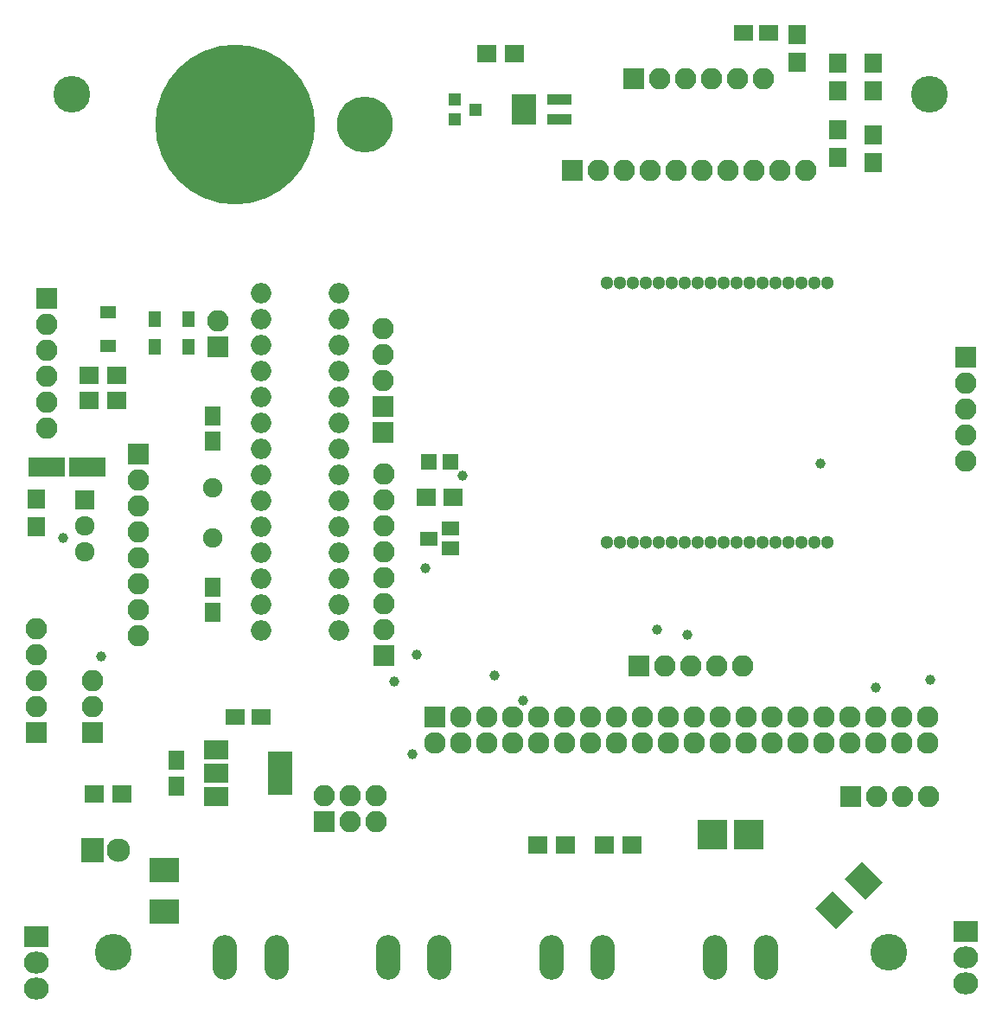
<source format=gbr>
G04 #@! TF.FileFunction,Soldermask,Top*
%FSLAX46Y46*%
G04 Gerber Fmt 4.6, Leading zero omitted, Abs format (unit mm)*
G04 Created by KiCad (PCBNEW 4.0.6-e0-6349~53~ubuntu16.04.1) date Thu May 25 22:23:32 2017*
%MOMM*%
%LPD*%
G01*
G04 APERTURE LIST*
%ADD10C,0.150000*%
%ADD11C,3.600000*%
%ADD12C,1.300000*%
%ADD13R,2.127200X2.127200*%
%ADD14O,2.127200X2.127200*%
%ADD15R,2.432000X2.127200*%
%ADD16O,2.432000X2.127200*%
%ADD17O,2.381200X4.362400*%
%ADD18R,1.650000X1.900000*%
%ADD19R,1.700000X1.900000*%
%ADD20C,1.901140*%
%ADD21O,2.000000X2.000000*%
%ADD22R,2.300000X2.400000*%
%ADD23C,2.300000*%
%ADD24R,1.900000X1.700000*%
%ADD25R,1.900000X1.650000*%
%ADD26R,3.600000X1.900000*%
%ADD27R,1.600000X1.600000*%
%ADD28R,2.100000X2.100000*%
%ADD29O,2.100000X2.100000*%
%ADD30C,15.640000*%
%ADD31C,5.480000*%
%ADD32C,1.920000*%
%ADD33R,1.920000X1.920000*%
%ADD34R,1.300000X1.200000*%
%ADD35R,2.400000X4.200000*%
%ADD36R,2.400000X1.900000*%
%ADD37R,2.400000X1.050000*%
%ADD38R,2.900000X2.900000*%
%ADD39R,1.300000X1.600000*%
%ADD40R,1.600000X1.300000*%
%ADD41R,2.900000X2.400000*%
%ADD42R,1.800000X1.400000*%
%ADD43C,1.000000*%
G04 APERTURE END LIST*
D10*
D11*
X89000000Y-40500000D03*
X173000000Y-40500000D03*
X169000000Y-124500000D03*
D12*
X141365000Y-84350000D03*
X142635000Y-84350000D03*
X143905000Y-84350000D03*
X145175000Y-84350000D03*
X146445000Y-84350000D03*
X147715000Y-84350000D03*
X148985000Y-84350000D03*
X150255000Y-84350000D03*
X151525000Y-84350000D03*
X152795000Y-84350000D03*
X154065000Y-84350000D03*
X155335000Y-84350000D03*
X156605000Y-84350000D03*
X157875000Y-84350000D03*
X159145000Y-84350000D03*
X160415000Y-84350000D03*
X161685000Y-84350000D03*
X162955000Y-84350000D03*
X141365000Y-58950000D03*
X142635000Y-58950000D03*
X143905000Y-58950000D03*
X145175000Y-58950000D03*
X146445000Y-58950000D03*
X147715000Y-58950000D03*
X148985000Y-58950000D03*
X150255000Y-58950000D03*
X151525000Y-58950000D03*
X152795000Y-58950000D03*
X154065000Y-58950000D03*
X155335000Y-58950000D03*
X156605000Y-58950000D03*
X157875000Y-58950000D03*
X159145000Y-58950000D03*
X160415000Y-58950000D03*
X161685000Y-58950000D03*
X162955000Y-58950000D03*
D13*
X124500000Y-101500000D03*
D14*
X124500000Y-104040000D03*
X127040000Y-101500000D03*
X127040000Y-104040000D03*
X129580000Y-101500000D03*
X129580000Y-104040000D03*
X132120000Y-101500000D03*
X132120000Y-104040000D03*
X134660000Y-101500000D03*
X134660000Y-104040000D03*
X137200000Y-101500000D03*
X137200000Y-104040000D03*
X139740000Y-101500000D03*
X139740000Y-104040000D03*
X142280000Y-101500000D03*
X142280000Y-104040000D03*
X144820000Y-101500000D03*
X144820000Y-104040000D03*
X147360000Y-101500000D03*
X147360000Y-104040000D03*
X149900000Y-101500000D03*
X149900000Y-104040000D03*
X152440000Y-101500000D03*
X152440000Y-104040000D03*
X154980000Y-101500000D03*
X154980000Y-104040000D03*
X157520000Y-101500000D03*
X157520000Y-104040000D03*
X160060000Y-101500000D03*
X160060000Y-104040000D03*
X162600000Y-101500000D03*
X162600000Y-104040000D03*
X165140000Y-101500000D03*
X165140000Y-104040000D03*
X167680000Y-101500000D03*
X167680000Y-104040000D03*
X170220000Y-101500000D03*
X170220000Y-104040000D03*
X172760000Y-101500000D03*
X172760000Y-104040000D03*
D15*
X85500000Y-123000000D03*
D16*
X85500000Y-125540000D03*
X85500000Y-128080000D03*
D15*
X176500000Y-122500000D03*
D16*
X176500000Y-125040000D03*
X176500000Y-127580000D03*
D17*
X104000000Y-125000000D03*
X109000000Y-125000000D03*
X152000000Y-125000000D03*
X157000000Y-125000000D03*
X136000000Y-125000000D03*
X141000000Y-125000000D03*
X120000000Y-125000000D03*
X125000000Y-125000000D03*
D18*
X102750000Y-72000000D03*
X102750000Y-74500000D03*
X102750000Y-91250000D03*
X102750000Y-88750000D03*
D19*
X85500000Y-82850000D03*
X85500000Y-80150000D03*
D20*
X102750000Y-79059060D03*
X102750000Y-83940940D03*
D21*
X107500000Y-60000000D03*
X107500000Y-62540000D03*
X107500000Y-65080000D03*
X107500000Y-67620000D03*
X107500000Y-70160000D03*
X107500000Y-72700000D03*
X107500000Y-75240000D03*
X107500000Y-77780000D03*
X107500000Y-80320000D03*
X107500000Y-82860000D03*
X107500000Y-85400000D03*
X107500000Y-87940000D03*
X107500000Y-90480000D03*
X107500000Y-93020000D03*
X115120000Y-93020000D03*
X115120000Y-90480000D03*
X115120000Y-87940000D03*
X115120000Y-85400000D03*
X115120000Y-82860000D03*
X115120000Y-80320000D03*
X115120000Y-77780000D03*
X115120000Y-75240000D03*
X115120000Y-72700000D03*
X115120000Y-70160000D03*
X115120000Y-67620000D03*
X115120000Y-65080000D03*
X115120000Y-62540000D03*
X115120000Y-60000000D03*
D22*
X91000000Y-114500000D03*
D23*
X93540000Y-114500000D03*
D24*
X91150000Y-109000000D03*
X93850000Y-109000000D03*
D18*
X99230000Y-108210000D03*
X99230000Y-105710000D03*
D25*
X107480000Y-101460000D03*
X104980000Y-101460000D03*
D26*
X86500000Y-77000000D03*
X90500000Y-77000000D03*
D27*
X126100000Y-76500000D03*
X123900000Y-76500000D03*
D28*
X86500000Y-60500000D03*
D29*
X86500000Y-63040000D03*
X86500000Y-65580000D03*
X86500000Y-68120000D03*
X86500000Y-70660000D03*
X86500000Y-73200000D03*
D30*
X105000000Y-43500000D03*
D31*
X117700000Y-43500000D03*
D32*
X90250000Y-82790000D03*
X90250000Y-85330000D03*
D33*
X90250000Y-80250000D03*
D34*
X126500000Y-41050000D03*
X126500000Y-42950000D03*
X128500000Y-42000000D03*
D24*
X123650000Y-80000000D03*
X126350000Y-80000000D03*
X90650000Y-68000000D03*
X93350000Y-68000000D03*
X90650000Y-70500000D03*
X93350000Y-70500000D03*
X132350000Y-36500000D03*
X129650000Y-36500000D03*
D35*
X109380000Y-106960000D03*
D36*
X103080000Y-106960000D03*
X103080000Y-109260000D03*
X103080000Y-104660000D03*
D37*
X133290000Y-41050000D03*
X133290000Y-42000000D03*
X133290000Y-42950000D03*
X136710000Y-42950000D03*
X136710000Y-41050000D03*
D25*
X157250000Y-34500000D03*
X154750000Y-34500000D03*
D38*
X155250000Y-113000000D03*
X151750000Y-113000000D03*
D28*
X138000000Y-48000000D03*
D29*
X140540000Y-48000000D03*
X143080000Y-48000000D03*
X145620000Y-48000000D03*
X148160000Y-48000000D03*
X150700000Y-48000000D03*
X153240000Y-48000000D03*
X155780000Y-48000000D03*
X158320000Y-48000000D03*
X160860000Y-48000000D03*
D28*
X144000000Y-39000000D03*
D29*
X146540000Y-39000000D03*
X149080000Y-39000000D03*
X151620000Y-39000000D03*
X154160000Y-39000000D03*
X156700000Y-39000000D03*
D28*
X85500000Y-103000000D03*
D29*
X85500000Y-100460000D03*
X85500000Y-97920000D03*
X85500000Y-95380000D03*
X85500000Y-92840000D03*
D28*
X91000000Y-103000000D03*
D29*
X91000000Y-100460000D03*
X91000000Y-97920000D03*
D19*
X160000000Y-37350000D03*
X160000000Y-34650000D03*
X164000000Y-37500000D03*
X164000000Y-40200000D03*
X164000000Y-44000000D03*
X164000000Y-46700000D03*
X167500000Y-37500000D03*
X167500000Y-40200000D03*
X167500000Y-44500000D03*
X167500000Y-47200000D03*
D24*
X134650000Y-114000000D03*
X137350000Y-114000000D03*
X141150000Y-114000000D03*
X143850000Y-114000000D03*
D39*
X100400000Y-62500000D03*
X97100000Y-62500000D03*
X97100000Y-65250000D03*
X100400000Y-65250000D03*
D40*
X92500000Y-61850000D03*
X92500000Y-65150000D03*
D10*
G36*
X163848563Y-122202047D02*
X161797953Y-120151437D01*
X163495009Y-118454381D01*
X165545619Y-120504991D01*
X163848563Y-122202047D01*
X163848563Y-122202047D01*
G37*
G36*
X166676991Y-119373619D02*
X164626381Y-117323009D01*
X166323437Y-115625953D01*
X168374047Y-117676563D01*
X166676991Y-119373619D01*
X166676991Y-119373619D01*
G37*
D41*
X98000000Y-120500000D03*
X98000000Y-116500000D03*
D28*
X119495000Y-71120000D03*
D29*
X119495000Y-68580000D03*
X119495000Y-66040000D03*
X119495000Y-63500000D03*
D28*
X95500000Y-75750000D03*
D29*
X95500000Y-78290000D03*
X95500000Y-80830000D03*
X95500000Y-83370000D03*
X95500000Y-85910000D03*
X95500000Y-88450000D03*
X95500000Y-90990000D03*
X95500000Y-93530000D03*
D28*
X119500000Y-95500000D03*
D29*
X119500000Y-92960000D03*
X119500000Y-90420000D03*
X119500000Y-87880000D03*
X119500000Y-85340000D03*
X119500000Y-82800000D03*
X119500000Y-80260000D03*
X119500000Y-77720000D03*
D28*
X103250000Y-65250000D03*
D29*
X103250000Y-62710000D03*
D28*
X176500000Y-66250000D03*
D29*
X176500000Y-68790000D03*
X176500000Y-71330000D03*
X176500000Y-73870000D03*
X176500000Y-76410000D03*
D28*
X165250000Y-109250000D03*
D29*
X167790000Y-109250000D03*
X170330000Y-109250000D03*
X172870000Y-109250000D03*
D28*
X119495000Y-73660000D03*
X113665000Y-111760000D03*
D29*
X113665000Y-109220000D03*
X116205000Y-111760000D03*
X116205000Y-109220000D03*
X118745000Y-111760000D03*
X118745000Y-109220000D03*
D28*
X144500000Y-96500000D03*
D29*
X147040000Y-96500000D03*
X149580000Y-96500000D03*
X152120000Y-96500000D03*
X154660000Y-96500000D03*
D42*
X126100000Y-84950000D03*
X126100000Y-83050000D03*
X123900000Y-84000000D03*
D11*
X93000000Y-124500000D03*
D43*
X120561500Y-97962900D03*
X162277500Y-76632500D03*
X149295700Y-93458600D03*
X146329600Y-92916600D03*
X127214800Y-77837000D03*
X123633000Y-86919900D03*
X88142100Y-83972800D03*
X173042500Y-97851700D03*
X167724800Y-98630200D03*
X130415400Y-97442600D03*
X133158900Y-99826000D03*
X122740000Y-95419000D03*
X91828500Y-95560200D03*
X122366300Y-105149900D03*
M02*

</source>
